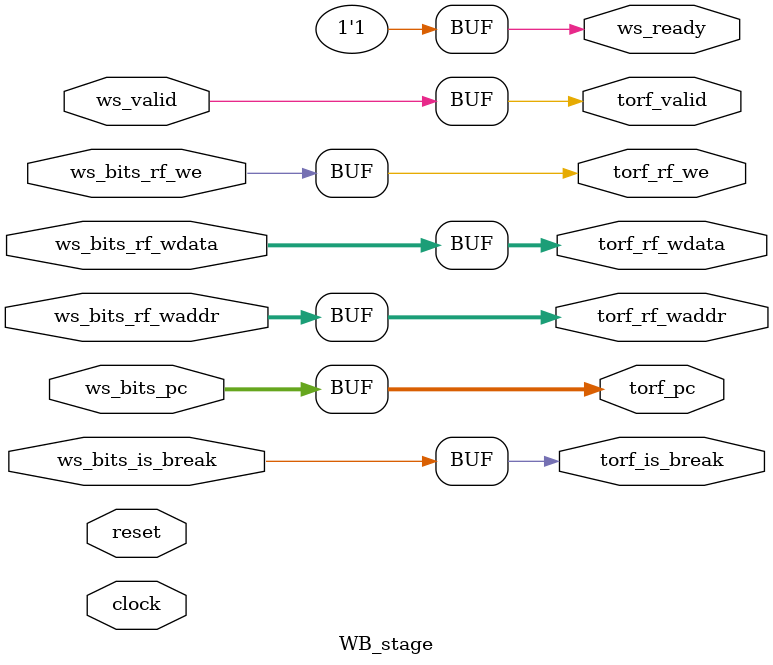
<source format=v>
module WB_stage(
  input         clock,
  input         reset,
  output        ws_ready, // @[src/src/cpucore/pipeline/WB_stage.scala 9:20]
  input         ws_valid, // @[src/src/cpucore/pipeline/WB_stage.scala 9:20]
  input  [31:0] ws_bits_pc, // @[src/src/cpucore/pipeline/WB_stage.scala 9:20]
  input         ws_bits_rf_we, // @[src/src/cpucore/pipeline/WB_stage.scala 9:20]
  input  [4:0]  ws_bits_rf_waddr, // @[src/src/cpucore/pipeline/WB_stage.scala 9:20]
  input  [31:0] ws_bits_rf_wdata, // @[src/src/cpucore/pipeline/WB_stage.scala 9:20]
  input         ws_bits_is_break, // @[src/src/cpucore/pipeline/WB_stage.scala 9:20]
  output [31:0] torf_pc, // @[src/src/cpucore/pipeline/WB_stage.scala 10:22]
  output        torf_rf_we, // @[src/src/cpucore/pipeline/WB_stage.scala 10:22]
  output [4:0]  torf_rf_waddr, // @[src/src/cpucore/pipeline/WB_stage.scala 10:22]
  output [31:0] torf_rf_wdata, // @[src/src/cpucore/pipeline/WB_stage.scala 10:22]
  output        torf_is_break, // @[src/src/cpucore/pipeline/WB_stage.scala 10:22]
  output        torf_valid // @[src/src/cpucore/pipeline/WB_stage.scala 10:22]
);
  assign ws_ready = 1'h1; // @[src/src/cpucore/pipeline/WB_stage.scala 19:18]
  assign torf_pc = ws_bits_pc; // @[src/src/cpucore/pipeline/WB_stage.scala 12:17]
  assign torf_rf_we = ws_bits_rf_we; // @[src/src/cpucore/pipeline/WB_stage.scala 13:20]
  assign torf_rf_waddr = ws_bits_rf_waddr; // @[src/src/cpucore/pipeline/WB_stage.scala 14:23]
  assign torf_rf_wdata = ws_bits_rf_wdata; // @[src/src/cpucore/pipeline/WB_stage.scala 15:23]
  assign torf_is_break = ws_bits_is_break; // @[src/src/cpucore/pipeline/WB_stage.scala 16:23]
  assign torf_valid = ws_valid; // @[src/src/cpucore/pipeline/WB_stage.scala 17:20]
endmodule

</source>
